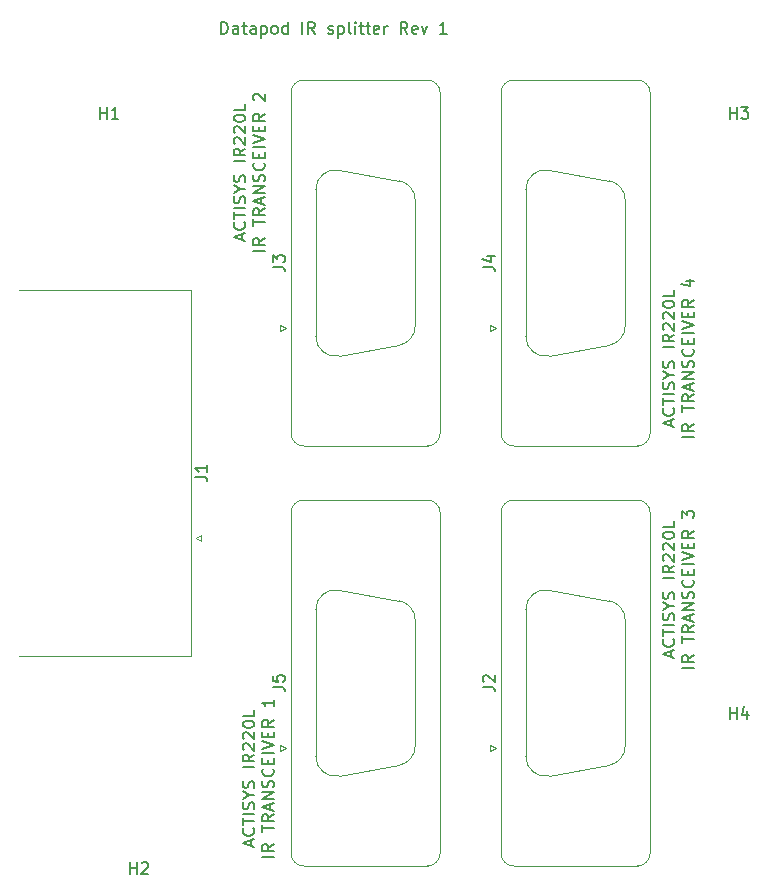
<source format=gbr>
G04 #@! TF.GenerationSoftware,KiCad,Pcbnew,5.1.5-52549c5~84~ubuntu18.04.1*
G04 #@! TF.CreationDate,2020-01-18T14:29:20-05:00*
G04 #@! TF.ProjectId,datapod_IR_splitter,64617461-706f-4645-9f49-525f73706c69,rev?*
G04 #@! TF.SameCoordinates,Original*
G04 #@! TF.FileFunction,Legend,Top*
G04 #@! TF.FilePolarity,Positive*
%FSLAX46Y46*%
G04 Gerber Fmt 4.6, Leading zero omitted, Abs format (unit mm)*
G04 Created by KiCad (PCBNEW 5.1.5-52549c5~84~ubuntu18.04.1) date 2020-01-18 14:29:20*
%MOMM*%
%LPD*%
G04 APERTURE LIST*
%ADD10C,0.150000*%
%ADD11C,0.120000*%
G04 APERTURE END LIST*
D10*
X125579666Y-86462476D02*
X125579666Y-85986285D01*
X125865380Y-86557714D02*
X124865380Y-86224380D01*
X125865380Y-85891047D01*
X125770142Y-84986285D02*
X125817761Y-85033904D01*
X125865380Y-85176761D01*
X125865380Y-85272000D01*
X125817761Y-85414857D01*
X125722523Y-85510095D01*
X125627285Y-85557714D01*
X125436809Y-85605333D01*
X125293952Y-85605333D01*
X125103476Y-85557714D01*
X125008238Y-85510095D01*
X124913000Y-85414857D01*
X124865380Y-85272000D01*
X124865380Y-85176761D01*
X124913000Y-85033904D01*
X124960619Y-84986285D01*
X124865380Y-84700571D02*
X124865380Y-84129142D01*
X125865380Y-84414857D02*
X124865380Y-84414857D01*
X125865380Y-83795809D02*
X124865380Y-83795809D01*
X125817761Y-83367238D02*
X125865380Y-83224380D01*
X125865380Y-82986285D01*
X125817761Y-82891047D01*
X125770142Y-82843428D01*
X125674904Y-82795809D01*
X125579666Y-82795809D01*
X125484428Y-82843428D01*
X125436809Y-82891047D01*
X125389190Y-82986285D01*
X125341571Y-83176761D01*
X125293952Y-83272000D01*
X125246333Y-83319619D01*
X125151095Y-83367238D01*
X125055857Y-83367238D01*
X124960619Y-83319619D01*
X124913000Y-83272000D01*
X124865380Y-83176761D01*
X124865380Y-82938666D01*
X124913000Y-82795809D01*
X125389190Y-82176761D02*
X125865380Y-82176761D01*
X124865380Y-82510095D02*
X125389190Y-82176761D01*
X124865380Y-81843428D01*
X125817761Y-81557714D02*
X125865380Y-81414857D01*
X125865380Y-81176761D01*
X125817761Y-81081523D01*
X125770142Y-81033904D01*
X125674904Y-80986285D01*
X125579666Y-80986285D01*
X125484428Y-81033904D01*
X125436809Y-81081523D01*
X125389190Y-81176761D01*
X125341571Y-81367238D01*
X125293952Y-81462476D01*
X125246333Y-81510095D01*
X125151095Y-81557714D01*
X125055857Y-81557714D01*
X124960619Y-81510095D01*
X124913000Y-81462476D01*
X124865380Y-81367238D01*
X124865380Y-81129142D01*
X124913000Y-80986285D01*
X125865380Y-79795809D02*
X124865380Y-79795809D01*
X125865380Y-78748190D02*
X125389190Y-79081523D01*
X125865380Y-79319619D02*
X124865380Y-79319619D01*
X124865380Y-78938666D01*
X124913000Y-78843428D01*
X124960619Y-78795809D01*
X125055857Y-78748190D01*
X125198714Y-78748190D01*
X125293952Y-78795809D01*
X125341571Y-78843428D01*
X125389190Y-78938666D01*
X125389190Y-79319619D01*
X124960619Y-78367238D02*
X124913000Y-78319619D01*
X124865380Y-78224380D01*
X124865380Y-77986285D01*
X124913000Y-77891047D01*
X124960619Y-77843428D01*
X125055857Y-77795809D01*
X125151095Y-77795809D01*
X125293952Y-77843428D01*
X125865380Y-78414857D01*
X125865380Y-77795809D01*
X124960619Y-77414857D02*
X124913000Y-77367238D01*
X124865380Y-77272000D01*
X124865380Y-77033904D01*
X124913000Y-76938666D01*
X124960619Y-76891047D01*
X125055857Y-76843428D01*
X125151095Y-76843428D01*
X125293952Y-76891047D01*
X125865380Y-77462476D01*
X125865380Y-76843428D01*
X124865380Y-76224380D02*
X124865380Y-76129142D01*
X124913000Y-76033904D01*
X124960619Y-75986285D01*
X125055857Y-75938666D01*
X125246333Y-75891047D01*
X125484428Y-75891047D01*
X125674904Y-75938666D01*
X125770142Y-75986285D01*
X125817761Y-76033904D01*
X125865380Y-76129142D01*
X125865380Y-76224380D01*
X125817761Y-76319619D01*
X125770142Y-76367238D01*
X125674904Y-76414857D01*
X125484428Y-76462476D01*
X125246333Y-76462476D01*
X125055857Y-76414857D01*
X124960619Y-76367238D01*
X124913000Y-76319619D01*
X124865380Y-76224380D01*
X125865380Y-74986285D02*
X125865380Y-75462476D01*
X124865380Y-75462476D01*
X127515380Y-87391047D02*
X126515380Y-87391047D01*
X127515380Y-86343428D02*
X127039190Y-86676761D01*
X127515380Y-86914857D02*
X126515380Y-86914857D01*
X126515380Y-86533904D01*
X126563000Y-86438666D01*
X126610619Y-86391047D01*
X126705857Y-86343428D01*
X126848714Y-86343428D01*
X126943952Y-86391047D01*
X126991571Y-86438666D01*
X127039190Y-86533904D01*
X127039190Y-86914857D01*
X126515380Y-85295809D02*
X126515380Y-84724380D01*
X127515380Y-85010095D02*
X126515380Y-85010095D01*
X127515380Y-83819619D02*
X127039190Y-84152952D01*
X127515380Y-84391047D02*
X126515380Y-84391047D01*
X126515380Y-84010095D01*
X126563000Y-83914857D01*
X126610619Y-83867238D01*
X126705857Y-83819619D01*
X126848714Y-83819619D01*
X126943952Y-83867238D01*
X126991571Y-83914857D01*
X127039190Y-84010095D01*
X127039190Y-84391047D01*
X127229666Y-83438666D02*
X127229666Y-82962476D01*
X127515380Y-83533904D02*
X126515380Y-83200571D01*
X127515380Y-82867238D01*
X127515380Y-82533904D02*
X126515380Y-82533904D01*
X127515380Y-81962476D01*
X126515380Y-81962476D01*
X127467761Y-81533904D02*
X127515380Y-81391047D01*
X127515380Y-81152952D01*
X127467761Y-81057714D01*
X127420142Y-81010095D01*
X127324904Y-80962476D01*
X127229666Y-80962476D01*
X127134428Y-81010095D01*
X127086809Y-81057714D01*
X127039190Y-81152952D01*
X126991571Y-81343428D01*
X126943952Y-81438666D01*
X126896333Y-81486285D01*
X126801095Y-81533904D01*
X126705857Y-81533904D01*
X126610619Y-81486285D01*
X126563000Y-81438666D01*
X126515380Y-81343428D01*
X126515380Y-81105333D01*
X126563000Y-80962476D01*
X127420142Y-79962476D02*
X127467761Y-80010095D01*
X127515380Y-80152952D01*
X127515380Y-80248190D01*
X127467761Y-80391047D01*
X127372523Y-80486285D01*
X127277285Y-80533904D01*
X127086809Y-80581523D01*
X126943952Y-80581523D01*
X126753476Y-80533904D01*
X126658238Y-80486285D01*
X126563000Y-80391047D01*
X126515380Y-80248190D01*
X126515380Y-80152952D01*
X126563000Y-80010095D01*
X126610619Y-79962476D01*
X126991571Y-79533904D02*
X126991571Y-79200571D01*
X127515380Y-79057714D02*
X127515380Y-79533904D01*
X126515380Y-79533904D01*
X126515380Y-79057714D01*
X127515380Y-78629142D02*
X126515380Y-78629142D01*
X126515380Y-78295809D02*
X127515380Y-77962476D01*
X126515380Y-77629142D01*
X126991571Y-77295809D02*
X126991571Y-76962476D01*
X127515380Y-76819619D02*
X127515380Y-77295809D01*
X126515380Y-77295809D01*
X126515380Y-76819619D01*
X127515380Y-75819619D02*
X127039190Y-76152952D01*
X127515380Y-76391047D02*
X126515380Y-76391047D01*
X126515380Y-76010095D01*
X126563000Y-75914857D01*
X126610619Y-75867238D01*
X126705857Y-75819619D01*
X126848714Y-75819619D01*
X126943952Y-75867238D01*
X126991571Y-75914857D01*
X127039190Y-76010095D01*
X127039190Y-76391047D01*
X126610619Y-74676761D02*
X126563000Y-74629142D01*
X126515380Y-74533904D01*
X126515380Y-74295809D01*
X126563000Y-74200571D01*
X126610619Y-74152952D01*
X126705857Y-74105333D01*
X126801095Y-74105333D01*
X126943952Y-74152952D01*
X127515380Y-74724380D01*
X127515380Y-74105333D01*
X161901666Y-102210476D02*
X161901666Y-101734285D01*
X162187380Y-102305714D02*
X161187380Y-101972380D01*
X162187380Y-101639047D01*
X162092142Y-100734285D02*
X162139761Y-100781904D01*
X162187380Y-100924761D01*
X162187380Y-101020000D01*
X162139761Y-101162857D01*
X162044523Y-101258095D01*
X161949285Y-101305714D01*
X161758809Y-101353333D01*
X161615952Y-101353333D01*
X161425476Y-101305714D01*
X161330238Y-101258095D01*
X161235000Y-101162857D01*
X161187380Y-101020000D01*
X161187380Y-100924761D01*
X161235000Y-100781904D01*
X161282619Y-100734285D01*
X161187380Y-100448571D02*
X161187380Y-99877142D01*
X162187380Y-100162857D02*
X161187380Y-100162857D01*
X162187380Y-99543809D02*
X161187380Y-99543809D01*
X162139761Y-99115238D02*
X162187380Y-98972380D01*
X162187380Y-98734285D01*
X162139761Y-98639047D01*
X162092142Y-98591428D01*
X161996904Y-98543809D01*
X161901666Y-98543809D01*
X161806428Y-98591428D01*
X161758809Y-98639047D01*
X161711190Y-98734285D01*
X161663571Y-98924761D01*
X161615952Y-99020000D01*
X161568333Y-99067619D01*
X161473095Y-99115238D01*
X161377857Y-99115238D01*
X161282619Y-99067619D01*
X161235000Y-99020000D01*
X161187380Y-98924761D01*
X161187380Y-98686666D01*
X161235000Y-98543809D01*
X161711190Y-97924761D02*
X162187380Y-97924761D01*
X161187380Y-98258095D02*
X161711190Y-97924761D01*
X161187380Y-97591428D01*
X162139761Y-97305714D02*
X162187380Y-97162857D01*
X162187380Y-96924761D01*
X162139761Y-96829523D01*
X162092142Y-96781904D01*
X161996904Y-96734285D01*
X161901666Y-96734285D01*
X161806428Y-96781904D01*
X161758809Y-96829523D01*
X161711190Y-96924761D01*
X161663571Y-97115238D01*
X161615952Y-97210476D01*
X161568333Y-97258095D01*
X161473095Y-97305714D01*
X161377857Y-97305714D01*
X161282619Y-97258095D01*
X161235000Y-97210476D01*
X161187380Y-97115238D01*
X161187380Y-96877142D01*
X161235000Y-96734285D01*
X162187380Y-95543809D02*
X161187380Y-95543809D01*
X162187380Y-94496190D02*
X161711190Y-94829523D01*
X162187380Y-95067619D02*
X161187380Y-95067619D01*
X161187380Y-94686666D01*
X161235000Y-94591428D01*
X161282619Y-94543809D01*
X161377857Y-94496190D01*
X161520714Y-94496190D01*
X161615952Y-94543809D01*
X161663571Y-94591428D01*
X161711190Y-94686666D01*
X161711190Y-95067619D01*
X161282619Y-94115238D02*
X161235000Y-94067619D01*
X161187380Y-93972380D01*
X161187380Y-93734285D01*
X161235000Y-93639047D01*
X161282619Y-93591428D01*
X161377857Y-93543809D01*
X161473095Y-93543809D01*
X161615952Y-93591428D01*
X162187380Y-94162857D01*
X162187380Y-93543809D01*
X161282619Y-93162857D02*
X161235000Y-93115238D01*
X161187380Y-93020000D01*
X161187380Y-92781904D01*
X161235000Y-92686666D01*
X161282619Y-92639047D01*
X161377857Y-92591428D01*
X161473095Y-92591428D01*
X161615952Y-92639047D01*
X162187380Y-93210476D01*
X162187380Y-92591428D01*
X161187380Y-91972380D02*
X161187380Y-91877142D01*
X161235000Y-91781904D01*
X161282619Y-91734285D01*
X161377857Y-91686666D01*
X161568333Y-91639047D01*
X161806428Y-91639047D01*
X161996904Y-91686666D01*
X162092142Y-91734285D01*
X162139761Y-91781904D01*
X162187380Y-91877142D01*
X162187380Y-91972380D01*
X162139761Y-92067619D01*
X162092142Y-92115238D01*
X161996904Y-92162857D01*
X161806428Y-92210476D01*
X161568333Y-92210476D01*
X161377857Y-92162857D01*
X161282619Y-92115238D01*
X161235000Y-92067619D01*
X161187380Y-91972380D01*
X162187380Y-90734285D02*
X162187380Y-91210476D01*
X161187380Y-91210476D01*
X163837380Y-103139047D02*
X162837380Y-103139047D01*
X163837380Y-102091428D02*
X163361190Y-102424761D01*
X163837380Y-102662857D02*
X162837380Y-102662857D01*
X162837380Y-102281904D01*
X162885000Y-102186666D01*
X162932619Y-102139047D01*
X163027857Y-102091428D01*
X163170714Y-102091428D01*
X163265952Y-102139047D01*
X163313571Y-102186666D01*
X163361190Y-102281904D01*
X163361190Y-102662857D01*
X162837380Y-101043809D02*
X162837380Y-100472380D01*
X163837380Y-100758095D02*
X162837380Y-100758095D01*
X163837380Y-99567619D02*
X163361190Y-99900952D01*
X163837380Y-100139047D02*
X162837380Y-100139047D01*
X162837380Y-99758095D01*
X162885000Y-99662857D01*
X162932619Y-99615238D01*
X163027857Y-99567619D01*
X163170714Y-99567619D01*
X163265952Y-99615238D01*
X163313571Y-99662857D01*
X163361190Y-99758095D01*
X163361190Y-100139047D01*
X163551666Y-99186666D02*
X163551666Y-98710476D01*
X163837380Y-99281904D02*
X162837380Y-98948571D01*
X163837380Y-98615238D01*
X163837380Y-98281904D02*
X162837380Y-98281904D01*
X163837380Y-97710476D01*
X162837380Y-97710476D01*
X163789761Y-97281904D02*
X163837380Y-97139047D01*
X163837380Y-96900952D01*
X163789761Y-96805714D01*
X163742142Y-96758095D01*
X163646904Y-96710476D01*
X163551666Y-96710476D01*
X163456428Y-96758095D01*
X163408809Y-96805714D01*
X163361190Y-96900952D01*
X163313571Y-97091428D01*
X163265952Y-97186666D01*
X163218333Y-97234285D01*
X163123095Y-97281904D01*
X163027857Y-97281904D01*
X162932619Y-97234285D01*
X162885000Y-97186666D01*
X162837380Y-97091428D01*
X162837380Y-96853333D01*
X162885000Y-96710476D01*
X163742142Y-95710476D02*
X163789761Y-95758095D01*
X163837380Y-95900952D01*
X163837380Y-95996190D01*
X163789761Y-96139047D01*
X163694523Y-96234285D01*
X163599285Y-96281904D01*
X163408809Y-96329523D01*
X163265952Y-96329523D01*
X163075476Y-96281904D01*
X162980238Y-96234285D01*
X162885000Y-96139047D01*
X162837380Y-95996190D01*
X162837380Y-95900952D01*
X162885000Y-95758095D01*
X162932619Y-95710476D01*
X163313571Y-95281904D02*
X163313571Y-94948571D01*
X163837380Y-94805714D02*
X163837380Y-95281904D01*
X162837380Y-95281904D01*
X162837380Y-94805714D01*
X163837380Y-94377142D02*
X162837380Y-94377142D01*
X162837380Y-94043809D02*
X163837380Y-93710476D01*
X162837380Y-93377142D01*
X163313571Y-93043809D02*
X163313571Y-92710476D01*
X163837380Y-92567619D02*
X163837380Y-93043809D01*
X162837380Y-93043809D01*
X162837380Y-92567619D01*
X163837380Y-91567619D02*
X163361190Y-91900952D01*
X163837380Y-92139047D02*
X162837380Y-92139047D01*
X162837380Y-91758095D01*
X162885000Y-91662857D01*
X162932619Y-91615238D01*
X163027857Y-91567619D01*
X163170714Y-91567619D01*
X163265952Y-91615238D01*
X163313571Y-91662857D01*
X163361190Y-91758095D01*
X163361190Y-92139047D01*
X163170714Y-89948571D02*
X163837380Y-89948571D01*
X162789761Y-90186666D02*
X163504047Y-90424761D01*
X163504047Y-89805714D01*
X161901666Y-121768476D02*
X161901666Y-121292285D01*
X162187380Y-121863714D02*
X161187380Y-121530380D01*
X162187380Y-121197047D01*
X162092142Y-120292285D02*
X162139761Y-120339904D01*
X162187380Y-120482761D01*
X162187380Y-120578000D01*
X162139761Y-120720857D01*
X162044523Y-120816095D01*
X161949285Y-120863714D01*
X161758809Y-120911333D01*
X161615952Y-120911333D01*
X161425476Y-120863714D01*
X161330238Y-120816095D01*
X161235000Y-120720857D01*
X161187380Y-120578000D01*
X161187380Y-120482761D01*
X161235000Y-120339904D01*
X161282619Y-120292285D01*
X161187380Y-120006571D02*
X161187380Y-119435142D01*
X162187380Y-119720857D02*
X161187380Y-119720857D01*
X162187380Y-119101809D02*
X161187380Y-119101809D01*
X162139761Y-118673238D02*
X162187380Y-118530380D01*
X162187380Y-118292285D01*
X162139761Y-118197047D01*
X162092142Y-118149428D01*
X161996904Y-118101809D01*
X161901666Y-118101809D01*
X161806428Y-118149428D01*
X161758809Y-118197047D01*
X161711190Y-118292285D01*
X161663571Y-118482761D01*
X161615952Y-118578000D01*
X161568333Y-118625619D01*
X161473095Y-118673238D01*
X161377857Y-118673238D01*
X161282619Y-118625619D01*
X161235000Y-118578000D01*
X161187380Y-118482761D01*
X161187380Y-118244666D01*
X161235000Y-118101809D01*
X161711190Y-117482761D02*
X162187380Y-117482761D01*
X161187380Y-117816095D02*
X161711190Y-117482761D01*
X161187380Y-117149428D01*
X162139761Y-116863714D02*
X162187380Y-116720857D01*
X162187380Y-116482761D01*
X162139761Y-116387523D01*
X162092142Y-116339904D01*
X161996904Y-116292285D01*
X161901666Y-116292285D01*
X161806428Y-116339904D01*
X161758809Y-116387523D01*
X161711190Y-116482761D01*
X161663571Y-116673238D01*
X161615952Y-116768476D01*
X161568333Y-116816095D01*
X161473095Y-116863714D01*
X161377857Y-116863714D01*
X161282619Y-116816095D01*
X161235000Y-116768476D01*
X161187380Y-116673238D01*
X161187380Y-116435142D01*
X161235000Y-116292285D01*
X162187380Y-115101809D02*
X161187380Y-115101809D01*
X162187380Y-114054190D02*
X161711190Y-114387523D01*
X162187380Y-114625619D02*
X161187380Y-114625619D01*
X161187380Y-114244666D01*
X161235000Y-114149428D01*
X161282619Y-114101809D01*
X161377857Y-114054190D01*
X161520714Y-114054190D01*
X161615952Y-114101809D01*
X161663571Y-114149428D01*
X161711190Y-114244666D01*
X161711190Y-114625619D01*
X161282619Y-113673238D02*
X161235000Y-113625619D01*
X161187380Y-113530380D01*
X161187380Y-113292285D01*
X161235000Y-113197047D01*
X161282619Y-113149428D01*
X161377857Y-113101809D01*
X161473095Y-113101809D01*
X161615952Y-113149428D01*
X162187380Y-113720857D01*
X162187380Y-113101809D01*
X161282619Y-112720857D02*
X161235000Y-112673238D01*
X161187380Y-112578000D01*
X161187380Y-112339904D01*
X161235000Y-112244666D01*
X161282619Y-112197047D01*
X161377857Y-112149428D01*
X161473095Y-112149428D01*
X161615952Y-112197047D01*
X162187380Y-112768476D01*
X162187380Y-112149428D01*
X161187380Y-111530380D02*
X161187380Y-111435142D01*
X161235000Y-111339904D01*
X161282619Y-111292285D01*
X161377857Y-111244666D01*
X161568333Y-111197047D01*
X161806428Y-111197047D01*
X161996904Y-111244666D01*
X162092142Y-111292285D01*
X162139761Y-111339904D01*
X162187380Y-111435142D01*
X162187380Y-111530380D01*
X162139761Y-111625619D01*
X162092142Y-111673238D01*
X161996904Y-111720857D01*
X161806428Y-111768476D01*
X161568333Y-111768476D01*
X161377857Y-111720857D01*
X161282619Y-111673238D01*
X161235000Y-111625619D01*
X161187380Y-111530380D01*
X162187380Y-110292285D02*
X162187380Y-110768476D01*
X161187380Y-110768476D01*
X163837380Y-122697047D02*
X162837380Y-122697047D01*
X163837380Y-121649428D02*
X163361190Y-121982761D01*
X163837380Y-122220857D02*
X162837380Y-122220857D01*
X162837380Y-121839904D01*
X162885000Y-121744666D01*
X162932619Y-121697047D01*
X163027857Y-121649428D01*
X163170714Y-121649428D01*
X163265952Y-121697047D01*
X163313571Y-121744666D01*
X163361190Y-121839904D01*
X163361190Y-122220857D01*
X162837380Y-120601809D02*
X162837380Y-120030380D01*
X163837380Y-120316095D02*
X162837380Y-120316095D01*
X163837380Y-119125619D02*
X163361190Y-119458952D01*
X163837380Y-119697047D02*
X162837380Y-119697047D01*
X162837380Y-119316095D01*
X162885000Y-119220857D01*
X162932619Y-119173238D01*
X163027857Y-119125619D01*
X163170714Y-119125619D01*
X163265952Y-119173238D01*
X163313571Y-119220857D01*
X163361190Y-119316095D01*
X163361190Y-119697047D01*
X163551666Y-118744666D02*
X163551666Y-118268476D01*
X163837380Y-118839904D02*
X162837380Y-118506571D01*
X163837380Y-118173238D01*
X163837380Y-117839904D02*
X162837380Y-117839904D01*
X163837380Y-117268476D01*
X162837380Y-117268476D01*
X163789761Y-116839904D02*
X163837380Y-116697047D01*
X163837380Y-116458952D01*
X163789761Y-116363714D01*
X163742142Y-116316095D01*
X163646904Y-116268476D01*
X163551666Y-116268476D01*
X163456428Y-116316095D01*
X163408809Y-116363714D01*
X163361190Y-116458952D01*
X163313571Y-116649428D01*
X163265952Y-116744666D01*
X163218333Y-116792285D01*
X163123095Y-116839904D01*
X163027857Y-116839904D01*
X162932619Y-116792285D01*
X162885000Y-116744666D01*
X162837380Y-116649428D01*
X162837380Y-116411333D01*
X162885000Y-116268476D01*
X163742142Y-115268476D02*
X163789761Y-115316095D01*
X163837380Y-115458952D01*
X163837380Y-115554190D01*
X163789761Y-115697047D01*
X163694523Y-115792285D01*
X163599285Y-115839904D01*
X163408809Y-115887523D01*
X163265952Y-115887523D01*
X163075476Y-115839904D01*
X162980238Y-115792285D01*
X162885000Y-115697047D01*
X162837380Y-115554190D01*
X162837380Y-115458952D01*
X162885000Y-115316095D01*
X162932619Y-115268476D01*
X163313571Y-114839904D02*
X163313571Y-114506571D01*
X163837380Y-114363714D02*
X163837380Y-114839904D01*
X162837380Y-114839904D01*
X162837380Y-114363714D01*
X163837380Y-113935142D02*
X162837380Y-113935142D01*
X162837380Y-113601809D02*
X163837380Y-113268476D01*
X162837380Y-112935142D01*
X163313571Y-112601809D02*
X163313571Y-112268476D01*
X163837380Y-112125619D02*
X163837380Y-112601809D01*
X162837380Y-112601809D01*
X162837380Y-112125619D01*
X163837380Y-111125619D02*
X163361190Y-111458952D01*
X163837380Y-111697047D02*
X162837380Y-111697047D01*
X162837380Y-111316095D01*
X162885000Y-111220857D01*
X162932619Y-111173238D01*
X163027857Y-111125619D01*
X163170714Y-111125619D01*
X163265952Y-111173238D01*
X163313571Y-111220857D01*
X163361190Y-111316095D01*
X163361190Y-111697047D01*
X162837380Y-110030380D02*
X162837380Y-109411333D01*
X163218333Y-109744666D01*
X163218333Y-109601809D01*
X163265952Y-109506571D01*
X163313571Y-109458952D01*
X163408809Y-109411333D01*
X163646904Y-109411333D01*
X163742142Y-109458952D01*
X163789761Y-109506571D01*
X163837380Y-109601809D01*
X163837380Y-109887523D01*
X163789761Y-109982761D01*
X163742142Y-110030380D01*
X126341666Y-137770476D02*
X126341666Y-137294285D01*
X126627380Y-137865714D02*
X125627380Y-137532380D01*
X126627380Y-137199047D01*
X126532142Y-136294285D02*
X126579761Y-136341904D01*
X126627380Y-136484761D01*
X126627380Y-136580000D01*
X126579761Y-136722857D01*
X126484523Y-136818095D01*
X126389285Y-136865714D01*
X126198809Y-136913333D01*
X126055952Y-136913333D01*
X125865476Y-136865714D01*
X125770238Y-136818095D01*
X125675000Y-136722857D01*
X125627380Y-136580000D01*
X125627380Y-136484761D01*
X125675000Y-136341904D01*
X125722619Y-136294285D01*
X125627380Y-136008571D02*
X125627380Y-135437142D01*
X126627380Y-135722857D02*
X125627380Y-135722857D01*
X126627380Y-135103809D02*
X125627380Y-135103809D01*
X126579761Y-134675238D02*
X126627380Y-134532380D01*
X126627380Y-134294285D01*
X126579761Y-134199047D01*
X126532142Y-134151428D01*
X126436904Y-134103809D01*
X126341666Y-134103809D01*
X126246428Y-134151428D01*
X126198809Y-134199047D01*
X126151190Y-134294285D01*
X126103571Y-134484761D01*
X126055952Y-134580000D01*
X126008333Y-134627619D01*
X125913095Y-134675238D01*
X125817857Y-134675238D01*
X125722619Y-134627619D01*
X125675000Y-134580000D01*
X125627380Y-134484761D01*
X125627380Y-134246666D01*
X125675000Y-134103809D01*
X126151190Y-133484761D02*
X126627380Y-133484761D01*
X125627380Y-133818095D02*
X126151190Y-133484761D01*
X125627380Y-133151428D01*
X126579761Y-132865714D02*
X126627380Y-132722857D01*
X126627380Y-132484761D01*
X126579761Y-132389523D01*
X126532142Y-132341904D01*
X126436904Y-132294285D01*
X126341666Y-132294285D01*
X126246428Y-132341904D01*
X126198809Y-132389523D01*
X126151190Y-132484761D01*
X126103571Y-132675238D01*
X126055952Y-132770476D01*
X126008333Y-132818095D01*
X125913095Y-132865714D01*
X125817857Y-132865714D01*
X125722619Y-132818095D01*
X125675000Y-132770476D01*
X125627380Y-132675238D01*
X125627380Y-132437142D01*
X125675000Y-132294285D01*
X126627380Y-131103809D02*
X125627380Y-131103809D01*
X126627380Y-130056190D02*
X126151190Y-130389523D01*
X126627380Y-130627619D02*
X125627380Y-130627619D01*
X125627380Y-130246666D01*
X125675000Y-130151428D01*
X125722619Y-130103809D01*
X125817857Y-130056190D01*
X125960714Y-130056190D01*
X126055952Y-130103809D01*
X126103571Y-130151428D01*
X126151190Y-130246666D01*
X126151190Y-130627619D01*
X125722619Y-129675238D02*
X125675000Y-129627619D01*
X125627380Y-129532380D01*
X125627380Y-129294285D01*
X125675000Y-129199047D01*
X125722619Y-129151428D01*
X125817857Y-129103809D01*
X125913095Y-129103809D01*
X126055952Y-129151428D01*
X126627380Y-129722857D01*
X126627380Y-129103809D01*
X125722619Y-128722857D02*
X125675000Y-128675238D01*
X125627380Y-128580000D01*
X125627380Y-128341904D01*
X125675000Y-128246666D01*
X125722619Y-128199047D01*
X125817857Y-128151428D01*
X125913095Y-128151428D01*
X126055952Y-128199047D01*
X126627380Y-128770476D01*
X126627380Y-128151428D01*
X125627380Y-127532380D02*
X125627380Y-127437142D01*
X125675000Y-127341904D01*
X125722619Y-127294285D01*
X125817857Y-127246666D01*
X126008333Y-127199047D01*
X126246428Y-127199047D01*
X126436904Y-127246666D01*
X126532142Y-127294285D01*
X126579761Y-127341904D01*
X126627380Y-127437142D01*
X126627380Y-127532380D01*
X126579761Y-127627619D01*
X126532142Y-127675238D01*
X126436904Y-127722857D01*
X126246428Y-127770476D01*
X126008333Y-127770476D01*
X125817857Y-127722857D01*
X125722619Y-127675238D01*
X125675000Y-127627619D01*
X125627380Y-127532380D01*
X126627380Y-126294285D02*
X126627380Y-126770476D01*
X125627380Y-126770476D01*
X128277380Y-138699047D02*
X127277380Y-138699047D01*
X128277380Y-137651428D02*
X127801190Y-137984761D01*
X128277380Y-138222857D02*
X127277380Y-138222857D01*
X127277380Y-137841904D01*
X127325000Y-137746666D01*
X127372619Y-137699047D01*
X127467857Y-137651428D01*
X127610714Y-137651428D01*
X127705952Y-137699047D01*
X127753571Y-137746666D01*
X127801190Y-137841904D01*
X127801190Y-138222857D01*
X127277380Y-136603809D02*
X127277380Y-136032380D01*
X128277380Y-136318095D02*
X127277380Y-136318095D01*
X128277380Y-135127619D02*
X127801190Y-135460952D01*
X128277380Y-135699047D02*
X127277380Y-135699047D01*
X127277380Y-135318095D01*
X127325000Y-135222857D01*
X127372619Y-135175238D01*
X127467857Y-135127619D01*
X127610714Y-135127619D01*
X127705952Y-135175238D01*
X127753571Y-135222857D01*
X127801190Y-135318095D01*
X127801190Y-135699047D01*
X127991666Y-134746666D02*
X127991666Y-134270476D01*
X128277380Y-134841904D02*
X127277380Y-134508571D01*
X128277380Y-134175238D01*
X128277380Y-133841904D02*
X127277380Y-133841904D01*
X128277380Y-133270476D01*
X127277380Y-133270476D01*
X128229761Y-132841904D02*
X128277380Y-132699047D01*
X128277380Y-132460952D01*
X128229761Y-132365714D01*
X128182142Y-132318095D01*
X128086904Y-132270476D01*
X127991666Y-132270476D01*
X127896428Y-132318095D01*
X127848809Y-132365714D01*
X127801190Y-132460952D01*
X127753571Y-132651428D01*
X127705952Y-132746666D01*
X127658333Y-132794285D01*
X127563095Y-132841904D01*
X127467857Y-132841904D01*
X127372619Y-132794285D01*
X127325000Y-132746666D01*
X127277380Y-132651428D01*
X127277380Y-132413333D01*
X127325000Y-132270476D01*
X128182142Y-131270476D02*
X128229761Y-131318095D01*
X128277380Y-131460952D01*
X128277380Y-131556190D01*
X128229761Y-131699047D01*
X128134523Y-131794285D01*
X128039285Y-131841904D01*
X127848809Y-131889523D01*
X127705952Y-131889523D01*
X127515476Y-131841904D01*
X127420238Y-131794285D01*
X127325000Y-131699047D01*
X127277380Y-131556190D01*
X127277380Y-131460952D01*
X127325000Y-131318095D01*
X127372619Y-131270476D01*
X127753571Y-130841904D02*
X127753571Y-130508571D01*
X128277380Y-130365714D02*
X128277380Y-130841904D01*
X127277380Y-130841904D01*
X127277380Y-130365714D01*
X128277380Y-129937142D02*
X127277380Y-129937142D01*
X127277380Y-129603809D02*
X128277380Y-129270476D01*
X127277380Y-128937142D01*
X127753571Y-128603809D02*
X127753571Y-128270476D01*
X128277380Y-128127619D02*
X128277380Y-128603809D01*
X127277380Y-128603809D01*
X127277380Y-128127619D01*
X128277380Y-127127619D02*
X127801190Y-127460952D01*
X128277380Y-127699047D02*
X127277380Y-127699047D01*
X127277380Y-127318095D01*
X127325000Y-127222857D01*
X127372619Y-127175238D01*
X127467857Y-127127619D01*
X127610714Y-127127619D01*
X127705952Y-127175238D01*
X127753571Y-127222857D01*
X127801190Y-127318095D01*
X127801190Y-127699047D01*
X128277380Y-125413333D02*
X128277380Y-125984761D01*
X128277380Y-125699047D02*
X127277380Y-125699047D01*
X127420238Y-125794285D01*
X127515476Y-125889523D01*
X127563095Y-125984761D01*
X123826190Y-69032380D02*
X123826190Y-68032380D01*
X124064285Y-68032380D01*
X124207142Y-68080000D01*
X124302380Y-68175238D01*
X124350000Y-68270476D01*
X124397619Y-68460952D01*
X124397619Y-68603809D01*
X124350000Y-68794285D01*
X124302380Y-68889523D01*
X124207142Y-68984761D01*
X124064285Y-69032380D01*
X123826190Y-69032380D01*
X125254761Y-69032380D02*
X125254761Y-68508571D01*
X125207142Y-68413333D01*
X125111904Y-68365714D01*
X124921428Y-68365714D01*
X124826190Y-68413333D01*
X125254761Y-68984761D02*
X125159523Y-69032380D01*
X124921428Y-69032380D01*
X124826190Y-68984761D01*
X124778571Y-68889523D01*
X124778571Y-68794285D01*
X124826190Y-68699047D01*
X124921428Y-68651428D01*
X125159523Y-68651428D01*
X125254761Y-68603809D01*
X125588095Y-68365714D02*
X125969047Y-68365714D01*
X125730952Y-68032380D02*
X125730952Y-68889523D01*
X125778571Y-68984761D01*
X125873809Y-69032380D01*
X125969047Y-69032380D01*
X126730952Y-69032380D02*
X126730952Y-68508571D01*
X126683333Y-68413333D01*
X126588095Y-68365714D01*
X126397619Y-68365714D01*
X126302380Y-68413333D01*
X126730952Y-68984761D02*
X126635714Y-69032380D01*
X126397619Y-69032380D01*
X126302380Y-68984761D01*
X126254761Y-68889523D01*
X126254761Y-68794285D01*
X126302380Y-68699047D01*
X126397619Y-68651428D01*
X126635714Y-68651428D01*
X126730952Y-68603809D01*
X127207142Y-68365714D02*
X127207142Y-69365714D01*
X127207142Y-68413333D02*
X127302380Y-68365714D01*
X127492857Y-68365714D01*
X127588095Y-68413333D01*
X127635714Y-68460952D01*
X127683333Y-68556190D01*
X127683333Y-68841904D01*
X127635714Y-68937142D01*
X127588095Y-68984761D01*
X127492857Y-69032380D01*
X127302380Y-69032380D01*
X127207142Y-68984761D01*
X128254761Y-69032380D02*
X128159523Y-68984761D01*
X128111904Y-68937142D01*
X128064285Y-68841904D01*
X128064285Y-68556190D01*
X128111904Y-68460952D01*
X128159523Y-68413333D01*
X128254761Y-68365714D01*
X128397619Y-68365714D01*
X128492857Y-68413333D01*
X128540476Y-68460952D01*
X128588095Y-68556190D01*
X128588095Y-68841904D01*
X128540476Y-68937142D01*
X128492857Y-68984761D01*
X128397619Y-69032380D01*
X128254761Y-69032380D01*
X129445238Y-69032380D02*
X129445238Y-68032380D01*
X129445238Y-68984761D02*
X129350000Y-69032380D01*
X129159523Y-69032380D01*
X129064285Y-68984761D01*
X129016666Y-68937142D01*
X128969047Y-68841904D01*
X128969047Y-68556190D01*
X129016666Y-68460952D01*
X129064285Y-68413333D01*
X129159523Y-68365714D01*
X129350000Y-68365714D01*
X129445238Y-68413333D01*
X130683333Y-69032380D02*
X130683333Y-68032380D01*
X131730952Y-69032380D02*
X131397619Y-68556190D01*
X131159523Y-69032380D02*
X131159523Y-68032380D01*
X131540476Y-68032380D01*
X131635714Y-68080000D01*
X131683333Y-68127619D01*
X131730952Y-68222857D01*
X131730952Y-68365714D01*
X131683333Y-68460952D01*
X131635714Y-68508571D01*
X131540476Y-68556190D01*
X131159523Y-68556190D01*
X132873809Y-68984761D02*
X132969047Y-69032380D01*
X133159523Y-69032380D01*
X133254761Y-68984761D01*
X133302380Y-68889523D01*
X133302380Y-68841904D01*
X133254761Y-68746666D01*
X133159523Y-68699047D01*
X133016666Y-68699047D01*
X132921428Y-68651428D01*
X132873809Y-68556190D01*
X132873809Y-68508571D01*
X132921428Y-68413333D01*
X133016666Y-68365714D01*
X133159523Y-68365714D01*
X133254761Y-68413333D01*
X133730952Y-68365714D02*
X133730952Y-69365714D01*
X133730952Y-68413333D02*
X133826190Y-68365714D01*
X134016666Y-68365714D01*
X134111904Y-68413333D01*
X134159523Y-68460952D01*
X134207142Y-68556190D01*
X134207142Y-68841904D01*
X134159523Y-68937142D01*
X134111904Y-68984761D01*
X134016666Y-69032380D01*
X133826190Y-69032380D01*
X133730952Y-68984761D01*
X134778571Y-69032380D02*
X134683333Y-68984761D01*
X134635714Y-68889523D01*
X134635714Y-68032380D01*
X135159523Y-69032380D02*
X135159523Y-68365714D01*
X135159523Y-68032380D02*
X135111904Y-68080000D01*
X135159523Y-68127619D01*
X135207142Y-68080000D01*
X135159523Y-68032380D01*
X135159523Y-68127619D01*
X135492857Y-68365714D02*
X135873809Y-68365714D01*
X135635714Y-68032380D02*
X135635714Y-68889523D01*
X135683333Y-68984761D01*
X135778571Y-69032380D01*
X135873809Y-69032380D01*
X136064285Y-68365714D02*
X136445238Y-68365714D01*
X136207142Y-68032380D02*
X136207142Y-68889523D01*
X136254761Y-68984761D01*
X136350000Y-69032380D01*
X136445238Y-69032380D01*
X137159523Y-68984761D02*
X137064285Y-69032380D01*
X136873809Y-69032380D01*
X136778571Y-68984761D01*
X136730952Y-68889523D01*
X136730952Y-68508571D01*
X136778571Y-68413333D01*
X136873809Y-68365714D01*
X137064285Y-68365714D01*
X137159523Y-68413333D01*
X137207142Y-68508571D01*
X137207142Y-68603809D01*
X136730952Y-68699047D01*
X137635714Y-69032380D02*
X137635714Y-68365714D01*
X137635714Y-68556190D02*
X137683333Y-68460952D01*
X137730952Y-68413333D01*
X137826190Y-68365714D01*
X137921428Y-68365714D01*
X139588095Y-69032380D02*
X139254761Y-68556190D01*
X139016666Y-69032380D02*
X139016666Y-68032380D01*
X139397619Y-68032380D01*
X139492857Y-68080000D01*
X139540476Y-68127619D01*
X139588095Y-68222857D01*
X139588095Y-68365714D01*
X139540476Y-68460952D01*
X139492857Y-68508571D01*
X139397619Y-68556190D01*
X139016666Y-68556190D01*
X140397619Y-68984761D02*
X140302380Y-69032380D01*
X140111904Y-69032380D01*
X140016666Y-68984761D01*
X139969047Y-68889523D01*
X139969047Y-68508571D01*
X140016666Y-68413333D01*
X140111904Y-68365714D01*
X140302380Y-68365714D01*
X140397619Y-68413333D01*
X140445238Y-68508571D01*
X140445238Y-68603809D01*
X139969047Y-68699047D01*
X140778571Y-68365714D02*
X141016666Y-69032380D01*
X141254761Y-68365714D01*
X142921428Y-69032380D02*
X142350000Y-69032380D01*
X142635714Y-69032380D02*
X142635714Y-68032380D01*
X142540476Y-68175238D01*
X142445238Y-68270476D01*
X142350000Y-68318095D01*
D11*
X106700000Y-90735000D02*
X121240000Y-90735000D01*
X121240000Y-90735000D02*
X121240000Y-121705000D01*
X121240000Y-121705000D02*
X106700000Y-121705000D01*
X122134338Y-111510000D02*
X122134338Y-112010000D01*
X122134338Y-112010000D02*
X121701325Y-111760000D01*
X121701325Y-111760000D02*
X122134338Y-111510000D01*
X147510000Y-138425000D02*
G75*
G03X148570000Y-139485000I1060000J0D01*
G01*
X148570000Y-108515000D02*
G75*
G03X147510000Y-109575000I0J-1060000D01*
G01*
X160130000Y-138425000D02*
G75*
G02X159070000Y-139485000I-1060000J0D01*
G01*
X160130000Y-109575000D02*
G75*
G03X159070000Y-108515000I-1060000J0D01*
G01*
X151558256Y-131866470D02*
G75*
G02X149610000Y-130231689I-288256J1634781D01*
G01*
X151558256Y-116133530D02*
G75*
G03X149610000Y-117768311I-288256J-1634781D01*
G01*
X156658256Y-130967202D02*
G75*
G03X158030000Y-129332421I-288256J1634781D01*
G01*
X156658256Y-117032798D02*
G75*
G02X158030000Y-118667579I-288256J-1634781D01*
G01*
X147510000Y-138425000D02*
X147510000Y-109575000D01*
X148570000Y-108515000D02*
X159070000Y-108515000D01*
X160130000Y-109575000D02*
X160130000Y-138425000D01*
X159070000Y-139485000D02*
X148570000Y-139485000D01*
X146615662Y-129790000D02*
X146615662Y-129290000D01*
X146615662Y-129290000D02*
X147048675Y-129540000D01*
X147048675Y-129540000D02*
X146615662Y-129790000D01*
X149610000Y-130231689D02*
X149610000Y-117768311D01*
X158030000Y-129332421D02*
X158030000Y-118667579D01*
X151558256Y-116133530D02*
X156658256Y-117032798D01*
X151558256Y-131866470D02*
X156658256Y-130967202D01*
X133778256Y-96306470D02*
X138878256Y-95407202D01*
X133778256Y-80573530D02*
X138878256Y-81472798D01*
X140250000Y-93772421D02*
X140250000Y-83107579D01*
X131830000Y-94671689D02*
X131830000Y-82208311D01*
X129268675Y-93980000D02*
X128835662Y-94230000D01*
X128835662Y-93730000D02*
X129268675Y-93980000D01*
X128835662Y-94230000D02*
X128835662Y-93730000D01*
X141290000Y-103925000D02*
X130790000Y-103925000D01*
X142350000Y-74015000D02*
X142350000Y-102865000D01*
X130790000Y-72955000D02*
X141290000Y-72955000D01*
X129730000Y-102865000D02*
X129730000Y-74015000D01*
X138878256Y-81472798D02*
G75*
G02X140250000Y-83107579I-288256J-1634781D01*
G01*
X138878256Y-95407202D02*
G75*
G03X140250000Y-93772421I-288256J1634781D01*
G01*
X133778256Y-80573530D02*
G75*
G03X131830000Y-82208311I-288256J-1634781D01*
G01*
X133778256Y-96306470D02*
G75*
G02X131830000Y-94671689I-288256J1634781D01*
G01*
X142350000Y-74015000D02*
G75*
G03X141290000Y-72955000I-1060000J0D01*
G01*
X142350000Y-102865000D02*
G75*
G02X141290000Y-103925000I-1060000J0D01*
G01*
X130790000Y-72955000D02*
G75*
G03X129730000Y-74015000I0J-1060000D01*
G01*
X129730000Y-102865000D02*
G75*
G03X130790000Y-103925000I1060000J0D01*
G01*
X147510000Y-102865000D02*
G75*
G03X148570000Y-103925000I1060000J0D01*
G01*
X148570000Y-72955000D02*
G75*
G03X147510000Y-74015000I0J-1060000D01*
G01*
X160130000Y-102865000D02*
G75*
G02X159070000Y-103925000I-1060000J0D01*
G01*
X160130000Y-74015000D02*
G75*
G03X159070000Y-72955000I-1060000J0D01*
G01*
X151558256Y-96306470D02*
G75*
G02X149610000Y-94671689I-288256J1634781D01*
G01*
X151558256Y-80573530D02*
G75*
G03X149610000Y-82208311I-288256J-1634781D01*
G01*
X156658256Y-95407202D02*
G75*
G03X158030000Y-93772421I-288256J1634781D01*
G01*
X156658256Y-81472798D02*
G75*
G02X158030000Y-83107579I-288256J-1634781D01*
G01*
X147510000Y-102865000D02*
X147510000Y-74015000D01*
X148570000Y-72955000D02*
X159070000Y-72955000D01*
X160130000Y-74015000D02*
X160130000Y-102865000D01*
X159070000Y-103925000D02*
X148570000Y-103925000D01*
X146615662Y-94230000D02*
X146615662Y-93730000D01*
X146615662Y-93730000D02*
X147048675Y-93980000D01*
X147048675Y-93980000D02*
X146615662Y-94230000D01*
X149610000Y-94671689D02*
X149610000Y-82208311D01*
X158030000Y-93772421D02*
X158030000Y-83107579D01*
X151558256Y-80573530D02*
X156658256Y-81472798D01*
X151558256Y-96306470D02*
X156658256Y-95407202D01*
X133778256Y-131866470D02*
X138878256Y-130967202D01*
X133778256Y-116133530D02*
X138878256Y-117032798D01*
X140250000Y-129332421D02*
X140250000Y-118667579D01*
X131830000Y-130231689D02*
X131830000Y-117768311D01*
X129268675Y-129540000D02*
X128835662Y-129790000D01*
X128835662Y-129290000D02*
X129268675Y-129540000D01*
X128835662Y-129790000D02*
X128835662Y-129290000D01*
X141290000Y-139485000D02*
X130790000Y-139485000D01*
X142350000Y-109575000D02*
X142350000Y-138425000D01*
X130790000Y-108515000D02*
X141290000Y-108515000D01*
X129730000Y-138425000D02*
X129730000Y-109575000D01*
X138878256Y-117032798D02*
G75*
G02X140250000Y-118667579I-288256J-1634781D01*
G01*
X138878256Y-130967202D02*
G75*
G03X140250000Y-129332421I-288256J1634781D01*
G01*
X133778256Y-116133530D02*
G75*
G03X131830000Y-117768311I-288256J-1634781D01*
G01*
X133778256Y-131866470D02*
G75*
G02X131830000Y-130231689I-288256J1634781D01*
G01*
X142350000Y-109575000D02*
G75*
G03X141290000Y-108515000I-1060000J0D01*
G01*
X142350000Y-138425000D02*
G75*
G02X141290000Y-139485000I-1060000J0D01*
G01*
X130790000Y-108515000D02*
G75*
G03X129730000Y-109575000I0J-1060000D01*
G01*
X129730000Y-138425000D02*
G75*
G03X130790000Y-139485000I1060000J0D01*
G01*
D10*
X121632380Y-106553333D02*
X122346666Y-106553333D01*
X122489523Y-106600952D01*
X122584761Y-106696190D01*
X122632380Y-106839047D01*
X122632380Y-106934285D01*
X122632380Y-105553333D02*
X122632380Y-106124761D01*
X122632380Y-105839047D02*
X121632380Y-105839047D01*
X121775238Y-105934285D01*
X121870476Y-106029523D01*
X121918095Y-106124761D01*
X145962380Y-124333333D02*
X146676666Y-124333333D01*
X146819523Y-124380952D01*
X146914761Y-124476190D01*
X146962380Y-124619047D01*
X146962380Y-124714285D01*
X146057619Y-123904761D02*
X146010000Y-123857142D01*
X145962380Y-123761904D01*
X145962380Y-123523809D01*
X146010000Y-123428571D01*
X146057619Y-123380952D01*
X146152857Y-123333333D01*
X146248095Y-123333333D01*
X146390952Y-123380952D01*
X146962380Y-123952380D01*
X146962380Y-123333333D01*
X128182380Y-88773333D02*
X128896666Y-88773333D01*
X129039523Y-88820952D01*
X129134761Y-88916190D01*
X129182380Y-89059047D01*
X129182380Y-89154285D01*
X128182380Y-88392380D02*
X128182380Y-87773333D01*
X128563333Y-88106666D01*
X128563333Y-87963809D01*
X128610952Y-87868571D01*
X128658571Y-87820952D01*
X128753809Y-87773333D01*
X128991904Y-87773333D01*
X129087142Y-87820952D01*
X129134761Y-87868571D01*
X129182380Y-87963809D01*
X129182380Y-88249523D01*
X129134761Y-88344761D01*
X129087142Y-88392380D01*
X145962380Y-88773333D02*
X146676666Y-88773333D01*
X146819523Y-88820952D01*
X146914761Y-88916190D01*
X146962380Y-89059047D01*
X146962380Y-89154285D01*
X146295714Y-87868571D02*
X146962380Y-87868571D01*
X145914761Y-88106666D02*
X146629047Y-88344761D01*
X146629047Y-87725714D01*
X128182380Y-124333333D02*
X128896666Y-124333333D01*
X129039523Y-124380952D01*
X129134761Y-124476190D01*
X129182380Y-124619047D01*
X129182380Y-124714285D01*
X128182380Y-123380952D02*
X128182380Y-123857142D01*
X128658571Y-123904761D01*
X128610952Y-123857142D01*
X128563333Y-123761904D01*
X128563333Y-123523809D01*
X128610952Y-123428571D01*
X128658571Y-123380952D01*
X128753809Y-123333333D01*
X128991904Y-123333333D01*
X129087142Y-123380952D01*
X129134761Y-123428571D01*
X129182380Y-123523809D01*
X129182380Y-123761904D01*
X129134761Y-123857142D01*
X129087142Y-123904761D01*
X113538095Y-76232380D02*
X113538095Y-75232380D01*
X113538095Y-75708571D02*
X114109523Y-75708571D01*
X114109523Y-76232380D02*
X114109523Y-75232380D01*
X115109523Y-76232380D02*
X114538095Y-76232380D01*
X114823809Y-76232380D02*
X114823809Y-75232380D01*
X114728571Y-75375238D01*
X114633333Y-75470476D01*
X114538095Y-75518095D01*
X116078095Y-140152380D02*
X116078095Y-139152380D01*
X116078095Y-139628571D02*
X116649523Y-139628571D01*
X116649523Y-140152380D02*
X116649523Y-139152380D01*
X117078095Y-139247619D02*
X117125714Y-139200000D01*
X117220952Y-139152380D01*
X117459047Y-139152380D01*
X117554285Y-139200000D01*
X117601904Y-139247619D01*
X117649523Y-139342857D01*
X117649523Y-139438095D01*
X117601904Y-139580952D01*
X117030476Y-140152380D01*
X117649523Y-140152380D01*
X166878095Y-127032380D02*
X166878095Y-126032380D01*
X166878095Y-126508571D02*
X167449523Y-126508571D01*
X167449523Y-127032380D02*
X167449523Y-126032380D01*
X168354285Y-126365714D02*
X168354285Y-127032380D01*
X168116190Y-125984761D02*
X167878095Y-126699047D01*
X168497142Y-126699047D01*
X166878095Y-76232380D02*
X166878095Y-75232380D01*
X166878095Y-75708571D02*
X167449523Y-75708571D01*
X167449523Y-76232380D02*
X167449523Y-75232380D01*
X167830476Y-75232380D02*
X168449523Y-75232380D01*
X168116190Y-75613333D01*
X168259047Y-75613333D01*
X168354285Y-75660952D01*
X168401904Y-75708571D01*
X168449523Y-75803809D01*
X168449523Y-76041904D01*
X168401904Y-76137142D01*
X168354285Y-76184761D01*
X168259047Y-76232380D01*
X167973333Y-76232380D01*
X167878095Y-76184761D01*
X167830476Y-76137142D01*
M02*

</source>
